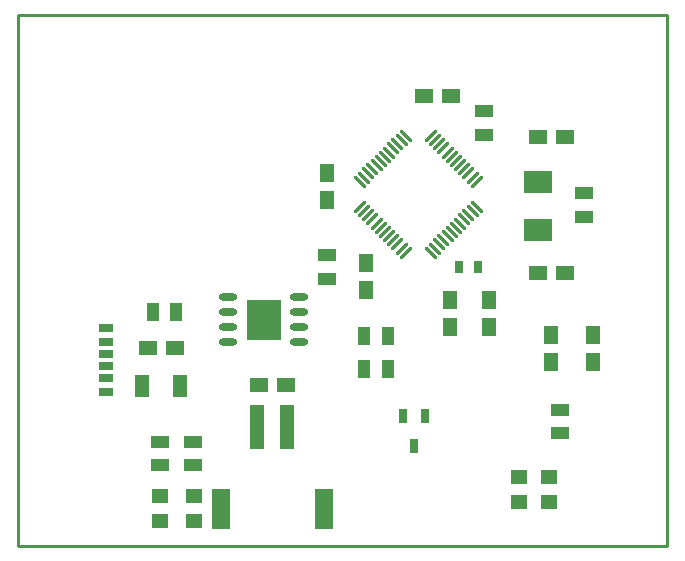
<source format=gtp>
G04*
G04 #@! TF.GenerationSoftware,Altium Limited,Altium Designer,19.0.10 (269)*
G04*
G04 Layer_Color=8421504*
%FSLAX25Y25*%
%MOIN*%
G70*
G01*
G75*
%ADD10C,0.01000*%
%ADD20R,0.03150X0.03937*%
%ADD21R,0.05000X0.06000*%
G04:AMPARAMS|DCode=22|XSize=59.06mil|YSize=11.81mil|CornerRadius=0mil|HoleSize=0mil|Usage=FLASHONLY|Rotation=225.000|XOffset=0mil|YOffset=0mil|HoleType=Round|Shape=Round|*
%AMOVALD22*
21,1,0.04724,0.01181,0.00000,0.00000,225.0*
1,1,0.01181,0.01670,0.01670*
1,1,0.01181,-0.01670,-0.01670*
%
%ADD22OVALD22*%

G04:AMPARAMS|DCode=23|XSize=59.06mil|YSize=11.81mil|CornerRadius=0mil|HoleSize=0mil|Usage=FLASHONLY|Rotation=315.000|XOffset=0mil|YOffset=0mil|HoleType=Round|Shape=Round|*
%AMOVALD23*
21,1,0.04724,0.01181,0.00000,0.00000,315.0*
1,1,0.01181,-0.01670,0.01670*
1,1,0.01181,0.01670,-0.01670*
%
%ADD23OVALD23*%

%ADD24R,0.06102X0.03937*%
%ADD25R,0.03937X0.06102*%
%ADD26R,0.06000X0.05000*%
%ADD27O,0.06291X0.02362*%
%ADD28R,0.11811X0.13779*%
%ADD29R,0.04724X0.07480*%
%ADD30R,0.04724X0.03150*%
%ADD31R,0.04724X0.02756*%
%ADD32R,0.05510X0.05120*%
%ADD33R,0.04724X0.14961*%
%ADD34R,0.06299X0.13780*%
%ADD35R,0.02756X0.04921*%
%ADD36R,0.09449X0.07480*%
D10*
X0Y0D02*
Y177165D01*
Y0D02*
X216535D01*
Y177165D01*
X0D02*
X216535D01*
D20*
X153426Y93000D02*
D03*
X147125D02*
D03*
D21*
X103000Y124222D02*
D03*
Y115222D02*
D03*
X116000Y94500D02*
D03*
Y85500D02*
D03*
X144045Y82000D02*
D03*
Y73000D02*
D03*
X157045Y82000D02*
D03*
Y73000D02*
D03*
X177872Y61500D02*
D03*
Y70500D02*
D03*
X191878Y61500D02*
D03*
Y70500D02*
D03*
D22*
X129324Y97775D02*
D03*
X127932Y99167D02*
D03*
X126540Y100559D02*
D03*
X125148Y101951D02*
D03*
X123756Y103343D02*
D03*
X122364Y104735D02*
D03*
X120972Y106127D02*
D03*
X119580Y107519D02*
D03*
X118189Y108911D02*
D03*
X116796Y110302D02*
D03*
X115405Y111695D02*
D03*
X114013Y113086D02*
D03*
X137676Y136749D02*
D03*
X139068Y135357D02*
D03*
X140460Y133965D02*
D03*
X141852Y132574D02*
D03*
X143244Y131181D02*
D03*
X144636Y129790D02*
D03*
X146028Y128397D02*
D03*
X147420Y127006D02*
D03*
X148811Y125613D02*
D03*
X150204Y124222D02*
D03*
X151595Y122829D02*
D03*
X152988Y121438D02*
D03*
D23*
X114013Y121438D02*
D03*
X115405Y122830D02*
D03*
X116797Y124222D02*
D03*
X118189Y125614D02*
D03*
X119581Y127006D02*
D03*
X120972Y128398D02*
D03*
X122365Y129790D02*
D03*
X123757Y131182D02*
D03*
X125149Y132574D02*
D03*
X126540Y133966D02*
D03*
X127933Y135357D02*
D03*
X129324Y136750D02*
D03*
X152987Y113086D02*
D03*
X151595Y111694D02*
D03*
X150203Y110302D02*
D03*
X148811Y108910D02*
D03*
X147419Y107518D02*
D03*
X146028Y106126D02*
D03*
X144635Y104735D02*
D03*
X143244Y103342D02*
D03*
X141851Y101951D02*
D03*
X140460Y100558D02*
D03*
X139067Y99167D02*
D03*
X137676Y97775D02*
D03*
D24*
X103000Y89173D02*
D03*
Y97047D02*
D03*
X47411Y34874D02*
D03*
Y27000D02*
D03*
X58500Y34874D02*
D03*
Y27000D02*
D03*
X180878Y37626D02*
D03*
Y45500D02*
D03*
X188878Y117676D02*
D03*
Y109802D02*
D03*
X155500Y145000D02*
D03*
Y137126D02*
D03*
D25*
X123374Y70000D02*
D03*
X115500D02*
D03*
X123374Y59000D02*
D03*
X115500D02*
D03*
X45000Y78000D02*
D03*
X52874D02*
D03*
D26*
X80500Y53869D02*
D03*
X89500D02*
D03*
X52500Y66000D02*
D03*
X43500D02*
D03*
X173500Y91000D02*
D03*
X182500D02*
D03*
X173500Y136500D02*
D03*
X182500D02*
D03*
X135352Y150000D02*
D03*
X144351D02*
D03*
D27*
X93811Y68000D02*
D03*
Y73000D02*
D03*
Y78000D02*
D03*
Y83000D02*
D03*
X70189Y68000D02*
D03*
Y73000D02*
D03*
Y78000D02*
D03*
Y83000D02*
D03*
D28*
X82000Y75500D02*
D03*
D29*
X54098Y53500D02*
D03*
X41500D02*
D03*
D30*
X29500Y72622D02*
D03*
Y51362D02*
D03*
D31*
Y67898D02*
D03*
Y63961D02*
D03*
Y60024D02*
D03*
Y56087D02*
D03*
D32*
X58844Y8374D02*
D03*
Y16644D02*
D03*
X47311Y8374D02*
D03*
Y16644D02*
D03*
X177161Y23000D02*
D03*
Y14730D02*
D03*
X167056Y22890D02*
D03*
Y14620D02*
D03*
D33*
X79854Y39614D02*
D03*
X89854D02*
D03*
D34*
X102059Y12449D02*
D03*
X67650Y12449D02*
D03*
D35*
X132074Y33480D02*
D03*
X128334Y43320D02*
D03*
X135814D02*
D03*
D36*
X173500Y121500D02*
D03*
Y105358D02*
D03*
M02*

</source>
